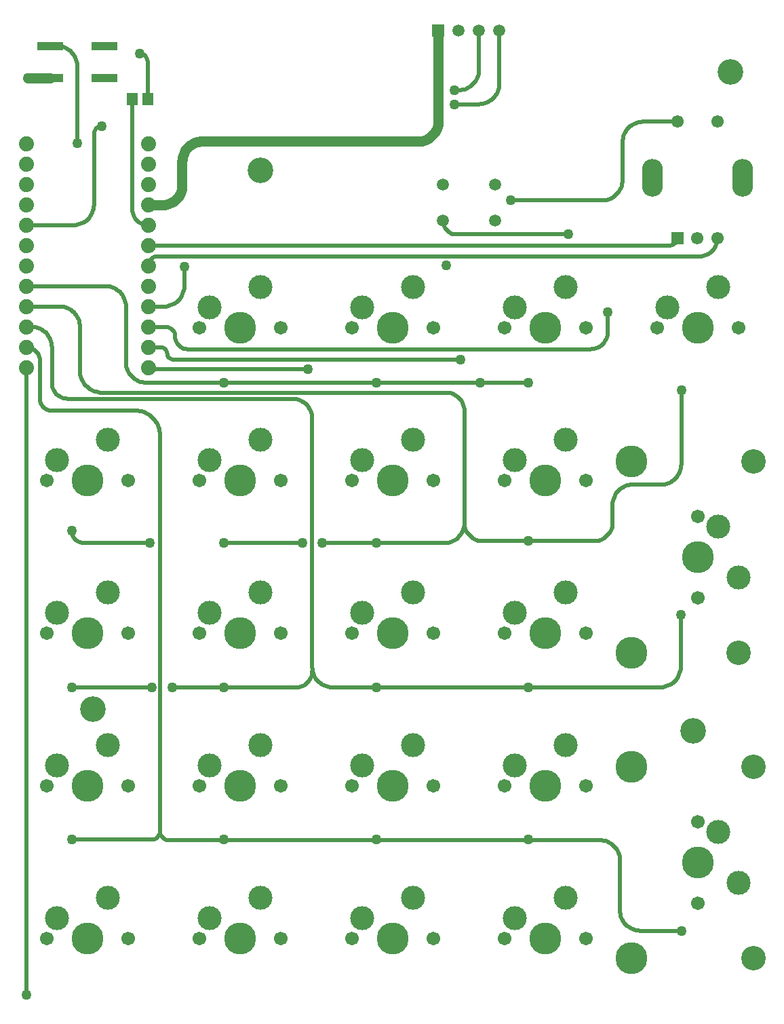
<source format=gtl>
G04*
G04 #@! TF.GenerationSoftware,Altium Limited,Altium Designer,21.9.1 (22)*
G04*
G04 Layer_Physical_Order=1*
G04 Layer_Color=255*
%FSLAX25Y25*%
%MOIN*%
G70*
G04*
G04 #@! TF.SameCoordinates,29281BF1-B37C-4538-9C3D-308B06FF8435*
G04*
G04*
G04 #@! TF.FilePolarity,Positive*
G04*
G01*
G75*
%ADD15R,0.12598X0.03937*%
G04:AMPARAMS|DCode=22|XSize=102.36mil|YSize=185.04mil|CornerRadius=51.18mil|HoleSize=0mil|Usage=FLASHONLY|Rotation=0.000|XOffset=0mil|YOffset=0mil|HoleType=Round|Shape=RoundedRectangle|*
%AMROUNDEDRECTD22*
21,1,0.10236,0.08268,0,0,0.0*
21,1,0.00000,0.18504,0,0,0.0*
1,1,0.10236,0.00000,-0.04134*
1,1,0.10236,0.00000,-0.04134*
1,1,0.10236,0.00000,0.04134*
1,1,0.10236,0.00000,0.04134*
%
%ADD22ROUNDEDRECTD22*%
%ADD23C,0.06102*%
%ADD24R,0.06102X0.06102*%
%ADD29C,0.02000*%
%ADD30C,0.05000*%
%ADD31R,0.05512X0.06102*%
%ADD32C,0.15701*%
%ADD33C,0.12000*%
%ADD34C,0.11811*%
%ADD35C,0.06700*%
%ADD36C,0.15700*%
%ADD37C,0.12598*%
%ADD38R,0.05906X0.05906*%
%ADD39C,0.05906*%
%ADD40C,0.07400*%
%ADD41C,0.05000*%
D15*
X1557283Y933071D02*
D03*
X1530512D02*
D03*
X1557283Y948819D02*
D03*
X1530512D02*
D03*
D22*
X1870866Y884061D02*
D03*
X1826772D02*
D03*
D23*
X1858661Y911620D02*
D03*
X1838976D02*
D03*
X1858661Y854533D02*
D03*
X1848819D02*
D03*
D24*
X1838976D02*
D03*
D29*
X1830846Y733400D02*
X1831827Y733448D01*
X1832797Y733592D01*
X1833749Y733831D01*
X1834673Y734161D01*
X1835560Y734581D01*
X1836402Y735085D01*
X1837190Y735670D01*
X1837918Y736329D01*
X1838577Y737056D01*
X1839161Y737844D01*
X1839666Y738686D01*
X1840085Y739573D01*
X1840416Y740497D01*
X1840654Y741449D01*
X1840798Y742420D01*
X1840846Y743400D01*
X1817087Y733400D02*
X1816106Y733352D01*
X1815136Y733208D01*
X1814184Y732969D01*
X1813260Y732639D01*
X1812373Y732219D01*
X1811531Y731715D01*
X1810743Y731130D01*
X1810015Y730471D01*
X1809356Y729744D01*
X1808772Y728956D01*
X1808267Y728114D01*
X1807848Y727227D01*
X1807517Y726303D01*
X1807279Y725351D01*
X1807135Y724380D01*
X1807087Y723400D01*
X1798228Y705709D02*
X1799220Y705764D01*
X1800200Y705931D01*
X1801154Y706206D01*
X1802072Y706586D01*
X1802941Y707066D01*
X1803751Y707641D01*
X1804492Y708303D01*
X1805154Y709044D01*
X1805729Y709854D01*
X1806209Y710723D01*
X1806590Y711641D01*
X1806865Y712596D01*
X1807031Y713575D01*
X1807087Y714567D01*
X1542165Y860886D02*
X1543145Y860934D01*
X1544116Y861078D01*
X1545068Y861316D01*
X1545992Y861647D01*
X1546879Y862067D01*
X1547721Y862571D01*
X1548509Y863156D01*
X1549236Y863815D01*
X1549895Y864542D01*
X1550480Y865330D01*
X1550985Y866172D01*
X1551404Y867059D01*
X1551735Y867983D01*
X1551973Y868935D01*
X1552117Y869906D01*
X1552165Y870886D01*
X1556102Y909449D02*
X1555083Y909315D01*
X1554134Y908921D01*
X1553319Y908296D01*
X1552693Y907480D01*
X1552299Y906531D01*
X1552165Y905512D01*
X1731378Y927165D02*
X1732358Y927213D01*
X1733329Y927357D01*
X1734281Y927596D01*
X1735205Y927927D01*
X1736092Y928346D01*
X1736934Y928851D01*
X1737722Y929435D01*
X1738449Y930094D01*
X1739108Y930821D01*
X1739693Y931610D01*
X1740197Y932451D01*
X1740617Y933339D01*
X1740947Y934262D01*
X1741186Y935215D01*
X1741330Y936185D01*
X1741378Y937165D01*
Y920276D02*
X1742358Y920324D01*
X1743329Y920468D01*
X1744281Y920706D01*
X1745205Y921037D01*
X1746092Y921456D01*
X1746934Y921961D01*
X1747722Y922546D01*
X1748449Y923205D01*
X1749108Y923932D01*
X1749693Y924720D01*
X1750197Y925562D01*
X1750617Y926449D01*
X1750947Y927373D01*
X1751186Y928325D01*
X1751330Y929295D01*
X1751378Y930276D01*
X1723583Y863120D02*
X1723652Y862150D01*
X1723859Y861199D01*
X1724199Y860287D01*
X1724665Y859433D01*
X1725249Y858654D01*
X1725937Y857965D01*
X1726716Y857382D01*
X1727570Y856916D01*
X1728482Y856575D01*
X1729433Y856369D01*
X1730404Y856299D01*
X1541339Y710630D02*
X1541428Y709604D01*
X1541695Y708610D01*
X1542130Y707677D01*
X1542720Y706834D01*
X1543448Y706106D01*
X1544291Y705516D01*
X1545224Y705081D01*
X1546219Y704814D01*
X1547244Y704724D01*
X1734252Y714567D02*
X1734308Y713575D01*
X1734474Y712596D01*
X1734749Y711641D01*
X1735129Y710723D01*
X1735610Y709854D01*
X1736185Y709044D01*
X1736847Y708303D01*
X1737587Y707641D01*
X1738397Y707066D01*
X1739267Y706586D01*
X1740185Y706206D01*
X1741139Y705931D01*
X1742118Y705764D01*
X1743110Y705709D01*
X1724409Y704724D02*
X1725438Y704778D01*
X1726456Y704940D01*
X1727451Y705206D01*
X1728413Y705575D01*
X1729331Y706043D01*
X1730195Y706604D01*
X1730995Y707253D01*
X1731724Y707981D01*
X1732372Y708782D01*
X1732933Y709646D01*
X1733401Y710564D01*
X1733770Y711525D01*
X1734037Y712521D01*
X1734198Y713538D01*
X1734252Y714567D01*
Y769528D02*
X1734195Y770537D01*
X1734026Y771534D01*
X1733746Y772505D01*
X1733359Y773439D01*
X1732870Y774324D01*
X1732285Y775149D01*
X1731611Y775903D01*
X1730857Y776576D01*
X1730033Y777161D01*
X1729148Y777650D01*
X1728214Y778037D01*
X1727242Y778317D01*
X1726246Y778487D01*
X1725236Y778543D01*
X1545276Y789528D02*
X1545323Y788514D01*
X1545463Y787509D01*
X1545695Y786522D01*
X1546017Y785560D01*
X1546427Y784631D01*
X1546921Y783745D01*
X1547494Y782908D01*
X1548142Y782128D01*
X1548860Y781410D01*
X1549640Y780762D01*
X1550477Y780189D01*
X1551364Y779695D01*
X1552292Y779285D01*
X1553254Y778963D01*
X1554241Y778730D01*
X1555246Y778590D01*
X1556260Y778543D01*
X1545276Y810886D02*
X1545227Y811866D01*
X1545083Y812837D01*
X1544845Y813789D01*
X1544514Y814713D01*
X1544095Y815600D01*
X1543590Y816442D01*
X1543006Y817230D01*
X1542347Y817957D01*
X1541619Y818616D01*
X1540831Y819201D01*
X1539990Y819705D01*
X1539102Y820125D01*
X1538178Y820455D01*
X1537226Y820694D01*
X1536256Y820838D01*
X1535276Y820886D01*
X1567913Y793465D02*
X1567962Y792484D01*
X1568106Y791514D01*
X1568344Y790562D01*
X1568675Y789638D01*
X1569094Y788751D01*
X1569599Y787909D01*
X1570183Y787121D01*
X1570842Y786393D01*
X1571570Y785735D01*
X1572358Y785150D01*
X1573199Y784645D01*
X1574087Y784226D01*
X1575010Y783895D01*
X1575963Y783657D01*
X1576933Y783513D01*
X1577913Y783465D01*
X1567913Y820886D02*
X1567865Y821866D01*
X1567721Y822837D01*
X1567483Y823789D01*
X1567152Y824713D01*
X1566733Y825600D01*
X1566228Y826441D01*
X1565644Y827230D01*
X1564985Y827957D01*
X1564257Y828616D01*
X1563469Y829200D01*
X1562627Y829705D01*
X1561740Y830125D01*
X1560816Y830455D01*
X1559864Y830694D01*
X1558894Y830838D01*
X1557913Y830886D01*
X1822008Y911620D02*
X1821028Y911572D01*
X1820057Y911428D01*
X1819105Y911189D01*
X1818181Y910859D01*
X1817294Y910439D01*
X1816452Y909935D01*
X1815664Y909350D01*
X1814937Y908691D01*
X1814278Y907964D01*
X1813693Y907176D01*
X1813189Y906334D01*
X1812769Y905447D01*
X1812439Y904523D01*
X1812200Y903571D01*
X1812056Y902600D01*
X1812008Y901620D01*
X1802008Y873032D02*
X1802988Y873080D01*
X1803959Y873224D01*
X1804911Y873462D01*
X1805835Y873793D01*
X1806722Y874212D01*
X1807564Y874717D01*
X1808352Y875301D01*
X1809079Y875960D01*
X1809738Y876688D01*
X1810323Y877476D01*
X1810827Y878318D01*
X1811247Y879205D01*
X1811577Y880129D01*
X1811816Y881081D01*
X1811960Y882051D01*
X1812008Y883031D01*
X1580709Y559055D02*
X1581728Y559189D01*
X1582677Y559583D01*
X1583492Y560208D01*
X1584118Y561024D01*
X1584511Y561973D01*
X1584646Y562992D01*
X1584752Y562050D01*
X1585065Y561156D01*
X1585569Y560353D01*
X1586239Y559683D01*
X1587042Y559179D01*
X1587936Y558866D01*
X1588878Y558760D01*
X1584646Y757717D02*
X1584605Y758705D01*
X1584482Y759687D01*
X1584279Y760655D01*
X1583997Y761603D01*
X1583638Y762524D01*
X1583203Y763413D01*
X1582697Y764263D01*
X1582122Y765068D01*
X1581483Y765823D01*
X1580783Y766522D01*
X1580028Y767161D01*
X1579223Y767736D01*
X1578374Y768243D01*
X1577485Y768677D01*
X1576563Y769036D01*
X1575615Y769319D01*
X1574647Y769522D01*
X1573666Y769644D01*
X1572677Y769685D01*
X1659449Y643701D02*
X1659503Y642672D01*
X1659664Y641654D01*
X1659930Y640659D01*
X1660300Y639698D01*
X1660768Y638779D01*
X1661329Y637916D01*
X1661977Y637115D01*
X1662705Y636386D01*
X1663506Y635738D01*
X1664370Y635177D01*
X1665288Y634709D01*
X1666250Y634340D01*
X1667245Y634073D01*
X1668262Y633912D01*
X1669291Y633858D01*
X1651575D02*
X1652603Y633926D01*
X1653613Y634127D01*
X1654588Y634458D01*
X1655512Y634913D01*
X1656368Y635485D01*
X1657143Y636165D01*
X1657822Y636939D01*
X1658394Y637795D01*
X1658850Y638719D01*
X1659180Y639694D01*
X1659381Y640704D01*
X1659449Y641732D01*
X1830551Y633858D02*
X1831531Y633906D01*
X1832502Y634050D01*
X1833454Y634289D01*
X1834378Y634620D01*
X1835265Y635039D01*
X1836107Y635544D01*
X1836895Y636128D01*
X1837622Y636787D01*
X1838281Y637514D01*
X1838866Y638303D01*
X1839370Y639144D01*
X1839790Y640031D01*
X1840121Y640955D01*
X1840359Y641907D01*
X1840503Y642878D01*
X1840551Y643858D01*
X1659449Y765748D02*
X1659395Y766777D01*
X1659234Y767794D01*
X1658967Y768789D01*
X1658598Y769751D01*
X1658130Y770669D01*
X1657569Y771533D01*
X1656921Y772334D01*
X1656192Y773062D01*
X1655392Y773711D01*
X1654528Y774272D01*
X1653610Y774740D01*
X1652648Y775109D01*
X1651653Y775376D01*
X1650635Y775537D01*
X1649606Y775591D01*
X1531496Y783465D02*
X1531563Y782437D01*
X1531764Y781427D01*
X1532095Y780451D01*
X1532551Y779528D01*
X1533123Y778671D01*
X1533802Y777897D01*
X1534577Y777218D01*
X1535433Y776646D01*
X1536357Y776190D01*
X1537332Y775859D01*
X1538342Y775658D01*
X1539370Y775591D01*
X1531496Y800886D02*
X1531448Y801866D01*
X1531304Y802837D01*
X1531065Y803789D01*
X1530735Y804713D01*
X1530315Y805600D01*
X1529811Y806441D01*
X1529226Y807230D01*
X1528567Y807957D01*
X1527840Y808616D01*
X1527052Y809200D01*
X1526210Y809705D01*
X1525323Y810125D01*
X1524399Y810455D01*
X1523447Y810694D01*
X1522476Y810838D01*
X1521496Y810886D01*
X1525591Y775591D02*
X1525680Y774565D01*
X1525947Y773571D01*
X1526382Y772638D01*
X1526972Y771795D01*
X1527700Y771067D01*
X1528543Y770476D01*
X1529476Y770041D01*
X1530471Y769775D01*
X1531496Y769685D01*
X1525591Y794173D02*
X1525522Y795128D01*
X1525319Y796064D01*
X1524984Y796962D01*
X1524525Y797802D01*
X1523951Y798569D01*
X1523274Y799246D01*
X1522507Y799820D01*
X1521667Y800279D01*
X1520769Y800614D01*
X1519833Y800817D01*
X1518878Y800886D01*
X1810728Y548760D02*
X1810680Y549740D01*
X1810536Y550711D01*
X1810298Y551663D01*
X1809967Y552587D01*
X1809548Y553474D01*
X1809043Y554316D01*
X1808459Y555104D01*
X1807799Y555831D01*
X1807072Y556490D01*
X1806284Y557074D01*
X1805442Y557579D01*
X1804555Y557999D01*
X1803631Y558329D01*
X1802679Y558568D01*
X1801708Y558712D01*
X1800728Y558760D01*
X1810728Y524272D02*
X1810777Y523291D01*
X1810921Y522321D01*
X1811159Y521369D01*
X1811489Y520445D01*
X1811909Y519558D01*
X1812414Y518716D01*
X1812998Y517928D01*
X1813657Y517201D01*
X1814384Y516542D01*
X1815173Y515957D01*
X1816014Y515452D01*
X1816902Y515033D01*
X1817826Y514702D01*
X1818777Y514464D01*
X1819748Y514320D01*
X1820728Y514272D01*
X1578878Y790886D02*
X1579606Y790158D01*
X1588287Y797539D02*
X1588124Y798573D01*
X1587648Y799506D01*
X1586908Y800247D01*
X1585975Y800722D01*
X1584941Y800886D01*
X1588287Y797539D02*
X1588490Y796522D01*
X1589066Y795660D01*
X1589928Y795084D01*
X1590945Y794882D01*
X1592028Y806299D02*
X1592106Y805298D01*
X1592341Y804322D01*
X1592725Y803395D01*
X1593249Y802539D01*
X1593901Y801775D01*
X1594665Y801123D01*
X1595521Y800599D01*
X1596448Y800215D01*
X1597424Y799980D01*
X1598425Y799902D01*
X1592028Y806299D02*
X1591913Y807320D01*
X1591573Y808289D01*
X1591027Y809159D01*
X1590301Y809885D01*
X1589431Y810432D01*
X1588462Y810771D01*
X1587441Y810886D01*
X1796004Y799902D02*
X1796991Y799957D01*
X1797966Y800123D01*
X1798917Y800397D01*
X1799830Y800775D01*
X1800696Y801253D01*
X1801502Y801826D01*
X1802240Y802485D01*
X1802899Y803222D01*
X1803471Y804029D01*
X1803950Y804894D01*
X1804328Y805808D01*
X1804602Y806758D01*
X1804767Y807733D01*
X1804823Y808720D01*
X1586555Y820886D02*
X1587535Y820934D01*
X1588506Y821078D01*
X1589458Y821316D01*
X1590382Y821647D01*
X1591269Y822067D01*
X1592111Y822571D01*
X1592899Y823156D01*
X1593626Y823815D01*
X1594285Y824542D01*
X1594870Y825330D01*
X1595374Y826172D01*
X1595794Y827059D01*
X1596124Y827983D01*
X1596363Y828935D01*
X1596507Y829906D01*
X1596555Y830886D01*
X1849601Y845472D02*
X1850615Y845529D01*
X1851617Y845700D01*
X1852593Y845981D01*
X1853532Y846370D01*
X1854421Y846861D01*
X1855250Y847449D01*
X1856008Y848126D01*
X1856685Y848884D01*
X1857273Y849713D01*
X1857764Y850602D01*
X1858153Y851541D01*
X1858434Y852517D01*
X1858604Y853519D01*
X1858661Y854533D01*
X1583465Y845472D02*
X1582444Y845357D01*
X1581474Y845018D01*
X1580605Y844472D01*
X1579879Y843746D01*
X1579332Y842876D01*
X1578993Y841907D01*
X1578878Y840886D01*
X1578543Y941142D02*
X1578406Y942186D01*
X1578003Y943159D01*
X1577361Y943995D01*
X1576526Y944637D01*
X1575552Y945040D01*
X1574508Y945177D01*
X1571063Y868701D02*
X1571130Y867681D01*
X1571329Y866678D01*
X1571658Y865710D01*
X1572110Y864793D01*
X1572678Y863943D01*
X1573352Y863175D01*
X1574121Y862501D01*
X1574971Y861933D01*
X1575887Y861481D01*
X1576855Y861152D01*
X1577858Y860953D01*
X1578878Y860886D01*
X1835329Y850886D02*
X1836273Y851010D01*
X1837153Y851375D01*
X1837908Y851954D01*
X1838488Y852710D01*
X1838852Y853589D01*
X1838976Y854533D01*
X1543898Y938976D02*
X1543844Y940005D01*
X1543683Y941023D01*
X1543416Y942018D01*
X1543047Y942980D01*
X1542579Y943898D01*
X1542018Y944762D01*
X1541370Y945562D01*
X1540641Y946291D01*
X1539840Y946939D01*
X1538976Y947500D01*
X1538058Y947968D01*
X1537097Y948337D01*
X1536102Y948604D01*
X1535084Y948765D01*
X1534055Y948819D01*
X1518878Y790886D02*
X1518740Y791024D01*
X1817087Y733400D02*
X1830846D01*
X1807087Y714567D02*
Y723400D01*
X1616142Y633858D02*
X1651575D01*
X1590551D02*
X1616142D01*
X1756890Y873032D02*
X1802008D01*
X1518878Y860886D02*
X1542165D01*
X1552165Y870886D02*
Y905512D01*
X1729331Y920276D02*
X1741378D01*
X1729331Y927165D02*
X1731378D01*
X1751378Y930276D02*
Y956594D01*
X1741378Y937165D02*
Y956594D01*
X1730404Y856299D02*
X1785433D01*
X1547244Y704724D02*
X1579724D01*
X1616142D02*
X1654528D01*
X1690945D02*
X1724409D01*
X1664370D02*
X1690945D01*
X1734252Y714567D02*
Y769528D01*
X1743110Y705709D02*
X1765748D01*
X1798228D01*
X1840846Y743400D02*
Y779823D01*
X1545276Y789528D02*
Y810886D01*
X1556260Y778543D02*
X1725236D01*
X1518878Y820886D02*
X1535276D01*
X1742126Y783465D02*
X1765748D01*
X1690945D02*
X1742126D01*
X1518878Y830886D02*
X1557913D01*
X1567913Y793465D02*
Y820886D01*
X1577913Y783465D02*
X1616142D01*
X1690945D01*
X1590945Y794882D02*
X1732185D01*
X1539370Y775591D02*
X1649606D01*
X1531496Y769685D02*
X1572677D01*
X1822008Y911620D02*
X1838976D01*
X1812008Y883031D02*
Y901620D01*
X1584646Y562992D02*
Y757717D01*
X1690945Y558760D02*
X1765748D01*
X1616142D02*
X1690945D01*
X1541339Y559055D02*
X1580709D01*
X1588878Y558760D02*
X1616142D01*
X1765748D02*
X1800728D01*
X1541339Y633858D02*
X1580646D01*
X1659449Y643701D02*
Y765748D01*
X1765748Y633858D02*
X1830551D01*
X1840551Y643858D02*
Y669291D01*
X1690945Y633858D02*
X1765748D01*
X1669291D02*
X1690945D01*
X1531496Y783465D02*
Y800886D01*
X1518878Y810886D02*
X1521496D01*
X1525591Y775591D02*
Y794173D01*
X1810728Y524272D02*
Y548760D01*
X1820728Y514272D02*
X1841043D01*
X1578878Y790886D02*
X1579291Y790472D01*
X1579606Y790158D02*
X1657480D01*
X1578878Y800886D02*
X1584941D01*
X1598425Y799902D02*
X1796004D01*
X1578878Y810886D02*
X1587441D01*
X1578878Y820886D02*
X1586555D01*
X1596555Y830886D02*
Y840433D01*
X1804823Y808720D02*
Y818012D01*
X1725098Y840945D02*
X1725197Y841043D01*
X1583465Y845472D02*
X1849601D01*
X1543898Y901024D02*
Y938976D01*
X1578543Y922638D02*
Y941142D01*
X1571063Y868701D02*
Y922638D01*
X1578878Y850886D02*
X1835329D01*
X1530512Y948819D02*
X1534055D01*
X1518878Y482933D02*
Y790886D01*
D30*
X1711378Y902067D02*
X1712358Y902115D01*
X1713329Y902259D01*
X1714281Y902497D01*
X1715205Y902828D01*
X1716092Y903248D01*
X1716934Y903752D01*
X1717722Y904337D01*
X1718449Y904996D01*
X1719108Y905723D01*
X1719693Y906511D01*
X1720197Y907353D01*
X1720617Y908240D01*
X1720947Y909164D01*
X1721186Y910116D01*
X1721330Y911087D01*
X1721378Y912067D01*
X1585945Y870886D02*
X1586941Y870938D01*
X1587926Y871094D01*
X1588889Y871352D01*
X1589820Y871710D01*
X1590709Y872162D01*
X1591545Y872705D01*
X1592320Y873333D01*
X1593025Y874038D01*
X1593653Y874813D01*
X1594196Y875650D01*
X1594649Y876538D01*
X1595006Y877469D01*
X1595264Y878432D01*
X1595420Y879418D01*
X1595472Y880413D01*
X1605472Y902067D02*
X1604492Y902019D01*
X1603522Y901875D01*
X1602570Y901636D01*
X1601646Y901306D01*
X1600759Y900886D01*
X1599917Y900382D01*
X1599129Y899797D01*
X1598401Y899138D01*
X1597742Y898411D01*
X1597158Y897623D01*
X1596653Y896781D01*
X1596234Y895894D01*
X1595903Y894970D01*
X1595665Y894018D01*
X1595521Y893047D01*
X1595472Y892067D01*
X1530512Y933071D02*
Y933071D01*
X1519685D02*
X1530512D01*
X1721378Y912067D02*
Y956594D01*
X1605472Y902067D02*
X1711378D01*
X1578878Y870886D02*
X1585945D01*
X1595472Y880413D02*
Y892067D01*
D31*
X1571063Y922638D02*
D03*
X1578543D02*
D03*
D32*
X1816378Y744705D02*
D03*
Y650705D02*
D03*
Y594705D02*
D03*
Y500705D02*
D03*
D33*
X1868878Y650705D02*
D03*
X1876378Y744705D02*
D03*
Y594705D02*
D03*
Y500705D02*
D03*
D34*
X1858878Y562705D02*
D03*
X1868878Y537705D02*
D03*
X1758878Y520433D02*
D03*
X1783878Y530433D02*
D03*
X1683878Y520433D02*
D03*
X1708878Y530433D02*
D03*
X1608878Y520433D02*
D03*
X1633878Y530433D02*
D03*
X1533878Y520433D02*
D03*
X1558878Y530433D02*
D03*
X1533878Y595433D02*
D03*
X1558878Y605433D02*
D03*
X1608878Y595433D02*
D03*
X1633878Y605433D02*
D03*
X1683878Y595433D02*
D03*
X1708878Y605433D02*
D03*
X1758878Y595433D02*
D03*
X1783878Y605433D02*
D03*
X1758878Y670433D02*
D03*
X1783878Y680433D02*
D03*
X1683878Y670433D02*
D03*
X1708878Y680433D02*
D03*
X1608878Y670433D02*
D03*
X1633878Y680433D02*
D03*
X1533878Y670433D02*
D03*
X1558878Y680433D02*
D03*
Y755433D02*
D03*
X1533878Y745433D02*
D03*
X1608878D02*
D03*
X1633878Y755433D02*
D03*
X1683878Y745433D02*
D03*
X1708878Y755433D02*
D03*
X1758878Y745433D02*
D03*
X1783878Y755433D02*
D03*
X1858878Y712705D02*
D03*
X1868878Y687705D02*
D03*
X1858878Y830433D02*
D03*
X1833878Y820433D02*
D03*
X1783878Y830433D02*
D03*
X1758878Y820433D02*
D03*
X1708878Y830433D02*
D03*
X1683878Y820433D02*
D03*
X1633878Y830433D02*
D03*
X1608878Y820433D02*
D03*
D35*
X1848878Y527705D02*
D03*
Y567705D02*
D03*
X1793878Y510433D02*
D03*
X1753878D02*
D03*
X1718878D02*
D03*
X1678878D02*
D03*
X1643878D02*
D03*
X1603878D02*
D03*
X1568878D02*
D03*
X1528878D02*
D03*
X1568878Y585433D02*
D03*
X1528878D02*
D03*
X1643878D02*
D03*
X1603878D02*
D03*
X1718878D02*
D03*
X1678878D02*
D03*
X1793878D02*
D03*
X1753878D02*
D03*
X1793878Y660433D02*
D03*
X1753878D02*
D03*
X1718878D02*
D03*
X1678878D02*
D03*
X1643878D02*
D03*
X1603878D02*
D03*
X1568878D02*
D03*
X1528878D02*
D03*
Y735433D02*
D03*
X1568878D02*
D03*
X1643878D02*
D03*
X1603878D02*
D03*
X1718878D02*
D03*
X1678878D02*
D03*
X1793878D02*
D03*
X1753878D02*
D03*
X1848878Y677705D02*
D03*
Y717705D02*
D03*
X1828878Y810433D02*
D03*
X1868878D02*
D03*
X1753878D02*
D03*
X1793878D02*
D03*
X1678878D02*
D03*
X1718878D02*
D03*
X1603878D02*
D03*
X1643878D02*
D03*
D36*
X1848878Y547705D02*
D03*
X1773878Y510433D02*
D03*
X1698878D02*
D03*
X1623878D02*
D03*
X1548878D02*
D03*
Y585433D02*
D03*
X1623878D02*
D03*
X1698878D02*
D03*
X1773878D02*
D03*
Y660433D02*
D03*
X1698878D02*
D03*
X1623878D02*
D03*
X1548878D02*
D03*
Y735433D02*
D03*
X1623878D02*
D03*
X1698878D02*
D03*
X1773878D02*
D03*
X1848878Y697705D02*
D03*
Y810433D02*
D03*
X1773878D02*
D03*
X1698878D02*
D03*
X1623878D02*
D03*
D37*
X1551575Y623228D02*
D03*
X1865158Y936024D02*
D03*
X1633858Y887795D02*
D03*
X1846700Y612400D02*
D03*
D38*
X1721378Y956594D02*
D03*
D39*
X1731378D02*
D03*
X1741378D02*
D03*
X1751378D02*
D03*
X1749173Y880837D02*
D03*
Y863120D02*
D03*
X1723583D02*
D03*
Y880837D02*
D03*
D40*
X1578878Y900886D02*
D03*
Y890886D02*
D03*
Y880886D02*
D03*
Y870886D02*
D03*
Y860886D02*
D03*
Y850886D02*
D03*
Y840886D02*
D03*
Y830886D02*
D03*
Y820886D02*
D03*
Y810886D02*
D03*
Y800886D02*
D03*
Y790886D02*
D03*
X1518878Y900886D02*
D03*
Y890886D02*
D03*
Y880886D02*
D03*
Y870886D02*
D03*
Y860886D02*
D03*
Y850886D02*
D03*
Y840886D02*
D03*
Y830886D02*
D03*
Y820886D02*
D03*
Y810886D02*
D03*
Y800886D02*
D03*
Y790886D02*
D03*
D41*
X1616142Y633858D02*
D03*
X1519685Y933071D02*
D03*
X1556102Y909449D02*
D03*
X1729331Y920276D02*
D03*
Y927165D02*
D03*
X1785433Y856299D02*
D03*
X1541339Y710630D02*
D03*
X1579724Y704724D02*
D03*
X1616142D02*
D03*
X1654528D02*
D03*
X1664370D02*
D03*
X1690945D02*
D03*
X1840846Y779823D02*
D03*
X1765748Y705709D02*
D03*
X1742126Y783465D02*
D03*
X1765748D02*
D03*
X1690945D02*
D03*
X1616142D02*
D03*
X1756890Y873032D02*
D03*
X1580646Y633858D02*
D03*
X1541339D02*
D03*
X1590551D02*
D03*
X1840551Y669291D02*
D03*
X1690945Y633858D02*
D03*
X1765748D02*
D03*
X1541339Y559055D02*
D03*
X1616142D02*
D03*
X1690945D02*
D03*
X1765748D02*
D03*
X1841043Y514272D02*
D03*
X1657480Y790158D02*
D03*
X1732185Y794882D02*
D03*
X1596555Y840433D02*
D03*
X1804823Y818012D02*
D03*
X1725197Y841043D02*
D03*
X1543898Y901024D02*
D03*
X1574508Y945177D02*
D03*
X1518878Y482933D02*
D03*
M02*

</source>
